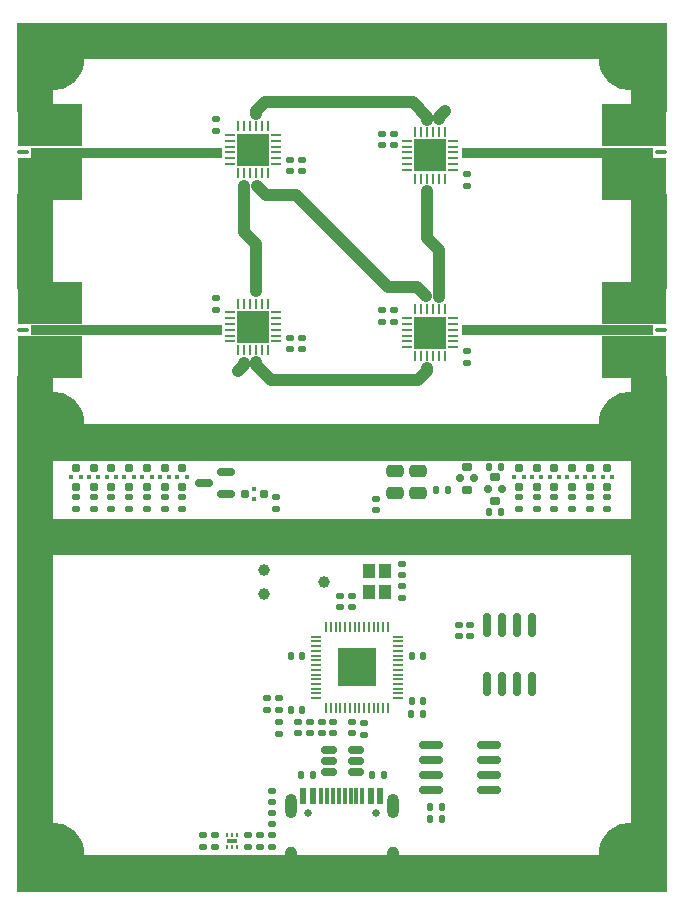
<source format=gbr>
%TF.GenerationSoftware,KiCad,Pcbnew,(6.0.7)*%
%TF.CreationDate,2022-08-30T14:04:15+02:00*%
%TF.ProjectId,LibreCAL,4c696272-6543-4414-9c2e-6b696361645f,rev?*%
%TF.SameCoordinates,Original*%
%TF.FileFunction,Soldermask,Top*%
%TF.FilePolarity,Negative*%
%FSLAX46Y46*%
G04 Gerber Fmt 4.6, Leading zero omitted, Abs format (unit mm)*
G04 Created by KiCad (PCBNEW (6.0.7)) date 2022-08-30 14:04:15*
%MOMM*%
%LPD*%
G01*
G04 APERTURE LIST*
G04 Aperture macros list*
%AMRoundRect*
0 Rectangle with rounded corners*
0 $1 Rounding radius*
0 $2 $3 $4 $5 $6 $7 $8 $9 X,Y pos of 4 corners*
0 Add a 4 corners polygon primitive as box body*
4,1,4,$2,$3,$4,$5,$6,$7,$8,$9,$2,$3,0*
0 Add four circle primitives for the rounded corners*
1,1,$1+$1,$2,$3*
1,1,$1+$1,$4,$5*
1,1,$1+$1,$6,$7*
1,1,$1+$1,$8,$9*
0 Add four rect primitives between the rounded corners*
20,1,$1+$1,$2,$3,$4,$5,0*
20,1,$1+$1,$4,$5,$6,$7,0*
20,1,$1+$1,$6,$7,$8,$9,0*
20,1,$1+$1,$8,$9,$2,$3,0*%
G04 Aperture macros list end*
%ADD10C,1.000000*%
%ADD11C,0.100000*%
%ADD12RoundRect,0.075000X0.425000X0.075000X-0.425000X0.075000X-0.425000X-0.075000X0.425000X-0.075000X0*%
%ADD13C,1.400000*%
%ADD14R,5.540000X3.555000*%
%ADD15RoundRect,0.075000X-0.425000X-0.075000X0.425000X-0.075000X0.425000X0.075000X-0.425000X0.075000X0*%
%ADD16RoundRect,0.135000X0.185000X-0.135000X0.185000X0.135000X-0.185000X0.135000X-0.185000X-0.135000X0*%
%ADD17RoundRect,0.140000X-0.170000X0.140000X-0.170000X-0.140000X0.170000X-0.140000X0.170000X0.140000X0*%
%ADD18RoundRect,0.140000X0.170000X-0.140000X0.170000X0.140000X-0.170000X0.140000X-0.170000X-0.140000X0*%
%ADD19RoundRect,0.090000X-0.210000X0.210000X-0.210000X-0.210000X0.210000X-0.210000X0.210000X0.210000X0*%
%ADD20RoundRect,0.100000X-0.100000X0.100000X-0.100000X-0.100000X0.100000X-0.100000X0.100000X0.100000X0*%
%ADD21RoundRect,0.140000X-0.140000X-0.170000X0.140000X-0.170000X0.140000X0.170000X-0.140000X0.170000X0*%
%ADD22C,3.600000*%
%ADD23C,5.500000*%
%ADD24RoundRect,0.090000X0.310000X-0.210000X0.310000X0.210000X-0.310000X0.210000X-0.310000X-0.210000X0*%
%ADD25RoundRect,0.150000X0.150000X-0.150000X0.150000X0.150000X-0.150000X0.150000X-0.150000X-0.150000X0*%
%ADD26C,0.650000*%
%ADD27R,0.600000X1.450000*%
%ADD28R,0.300000X1.450000*%
%ADD29O,1.000000X2.100000*%
%ADD30O,1.000000X1.600000*%
%ADD31RoundRect,0.150000X0.825000X0.150000X-0.825000X0.150000X-0.825000X-0.150000X0.825000X-0.150000X0*%
%ADD32RoundRect,0.135000X-0.185000X0.135000X-0.185000X-0.135000X0.185000X-0.135000X0.185000X0.135000X0*%
%ADD33RoundRect,0.062500X-0.062500X0.350000X-0.062500X-0.350000X0.062500X-0.350000X0.062500X0.350000X0*%
%ADD34RoundRect,0.062500X-0.350000X0.062500X-0.350000X-0.062500X0.350000X-0.062500X0.350000X0.062500X0*%
%ADD35R,2.700000X2.700000*%
%ADD36RoundRect,0.140000X0.140000X0.170000X-0.140000X0.170000X-0.140000X-0.170000X0.140000X-0.170000X0*%
%ADD37RoundRect,0.135000X-0.135000X-0.185000X0.135000X-0.185000X0.135000X0.185000X-0.135000X0.185000X0*%
%ADD38RoundRect,0.150000X0.150000X-0.825000X0.150000X0.825000X-0.150000X0.825000X-0.150000X-0.825000X0*%
%ADD39RoundRect,0.147500X-0.172500X0.147500X-0.172500X-0.147500X0.172500X-0.147500X0.172500X0.147500X0*%
%ADD40RoundRect,0.147500X-0.147500X-0.172500X0.147500X-0.172500X0.147500X0.172500X-0.147500X0.172500X0*%
%ADD41RoundRect,0.062500X0.062500X-0.350000X0.062500X0.350000X-0.062500X0.350000X-0.062500X-0.350000X0*%
%ADD42RoundRect,0.062500X0.350000X-0.062500X0.350000X0.062500X-0.350000X0.062500X-0.350000X-0.062500X0*%
%ADD43RoundRect,0.090000X0.210000X-0.210000X0.210000X0.210000X-0.210000X0.210000X-0.210000X-0.210000X0*%
%ADD44RoundRect,0.100000X0.100000X-0.100000X0.100000X0.100000X-0.100000X0.100000X-0.100000X-0.100000X0*%
%ADD45RoundRect,0.045000X0.045000X-0.130000X0.045000X0.130000X-0.045000X0.130000X-0.045000X-0.130000X0*%
%ADD46R,0.940000X0.300000*%
%ADD47RoundRect,0.135000X0.135000X0.185000X-0.135000X0.185000X-0.135000X-0.185000X0.135000X-0.185000X0*%
%ADD48RoundRect,0.150000X0.587500X0.150000X-0.587500X0.150000X-0.587500X-0.150000X0.587500X-0.150000X0*%
%ADD49RoundRect,0.250000X0.475000X-0.250000X0.475000X0.250000X-0.475000X0.250000X-0.475000X-0.250000X0*%
%ADD50R,1.000000X1.150000*%
%ADD51RoundRect,0.090000X-0.210000X-0.210000X0.210000X-0.210000X0.210000X0.210000X-0.210000X0.210000X0*%
%ADD52RoundRect,0.100000X-0.100000X-0.100000X0.100000X-0.100000X0.100000X0.100000X-0.100000X0.100000X0*%
%ADD53RoundRect,0.147500X0.172500X-0.147500X0.172500X0.147500X-0.172500X0.147500X-0.172500X-0.147500X0*%
%ADD54RoundRect,0.050000X0.387500X0.050000X-0.387500X0.050000X-0.387500X-0.050000X0.387500X-0.050000X0*%
%ADD55RoundRect,0.050000X0.050000X0.387500X-0.050000X0.387500X-0.050000X-0.387500X0.050000X-0.387500X0*%
%ADD56R,3.200000X3.200000*%
%ADD57RoundRect,0.150000X0.512500X0.150000X-0.512500X0.150000X-0.512500X-0.150000X0.512500X-0.150000X0*%
%ADD58C,0.990600*%
G04 APERTURE END LIST*
D10*
X120250000Y-84750000D02*
X120250000Y-88700000D01*
X135750000Y-74000000D02*
X135750000Y-74200000D01*
D11*
X153800000Y-77400000D02*
X137700000Y-77400000D01*
X137700000Y-77400000D02*
X137700000Y-76600000D01*
X137700000Y-76600000D02*
X153800000Y-76600000D01*
X153800000Y-76600000D02*
X153800000Y-77400000D01*
G36*
X153800000Y-77400000D02*
G01*
X137700000Y-77400000D01*
X137700000Y-76600000D01*
X153800000Y-76600000D01*
X153800000Y-77400000D01*
G37*
D10*
X123600000Y-80600000D02*
X131400000Y-88400000D01*
X120350000Y-79850000D02*
X121100000Y-80600000D01*
X120250000Y-73500000D02*
X120250000Y-73750000D01*
X131400000Y-88400000D02*
X133900000Y-88400000D01*
X134750000Y-84250000D02*
X135750000Y-85250000D01*
X121000000Y-72750000D02*
X120250000Y-73500000D01*
X119250000Y-83750000D02*
X120250000Y-84750000D01*
X134750000Y-95500000D02*
X134750000Y-95250000D01*
X135750000Y-85250000D02*
X135750000Y-89200000D01*
D11*
X101200000Y-91600000D02*
X117300000Y-91600000D01*
X117300000Y-91600000D02*
X117300000Y-92400000D01*
X117300000Y-92400000D02*
X101200000Y-92400000D01*
X101200000Y-92400000D02*
X101200000Y-91600000D01*
G36*
X101200000Y-91600000D02*
G01*
X117300000Y-91600000D01*
X117300000Y-92400000D01*
X101200000Y-92400000D01*
X101200000Y-91600000D01*
G37*
X100000000Y-66000000D02*
X103000000Y-66000000D01*
X103000000Y-66000000D02*
X103000000Y-73500000D01*
X103000000Y-73500000D02*
X100000000Y-73500000D01*
X100000000Y-73500000D02*
X100000000Y-66000000D01*
G36*
X100000000Y-66000000D02*
G01*
X103000000Y-66000000D01*
X103000000Y-73500000D01*
X100000000Y-73500000D01*
X100000000Y-66000000D01*
G37*
D10*
X133500000Y-72750000D02*
X121000000Y-72750000D01*
X119250000Y-95000000D02*
X119250000Y-94800000D01*
X121100000Y-80600000D02*
X123600000Y-80600000D01*
X118750000Y-95500000D02*
X119250000Y-95000000D01*
D11*
X100000000Y-111000000D02*
X155000000Y-111000000D01*
X155000000Y-111000000D02*
X155000000Y-108000000D01*
X155000000Y-108000000D02*
X100000000Y-108000000D01*
X100000000Y-108000000D02*
X100000000Y-111000000D01*
G36*
X100000000Y-111000000D02*
G01*
X155000000Y-111000000D01*
X155000000Y-108000000D01*
X100000000Y-108000000D01*
X100000000Y-111000000D01*
G37*
X101200000Y-76600000D02*
X117300000Y-76600000D01*
X117300000Y-76600000D02*
X117300000Y-77400000D01*
X117300000Y-77400000D02*
X101200000Y-77400000D01*
X101200000Y-77400000D02*
X101200000Y-76600000D01*
G36*
X101200000Y-76600000D02*
G01*
X117300000Y-76600000D01*
X117300000Y-77400000D01*
X101200000Y-77400000D01*
X101200000Y-76600000D01*
G37*
D10*
X134750000Y-80300000D02*
X134750000Y-84250000D01*
D11*
X152000000Y-66000000D02*
X155000000Y-66000000D01*
X155000000Y-66000000D02*
X155000000Y-73500000D01*
X155000000Y-73500000D02*
X152000000Y-73500000D01*
X152000000Y-73500000D02*
X152000000Y-66000000D01*
G36*
X152000000Y-66000000D02*
G01*
X155000000Y-66000000D01*
X155000000Y-73500000D01*
X152000000Y-73500000D01*
X152000000Y-66000000D01*
G37*
D10*
X134750000Y-74000000D02*
X133500000Y-72750000D01*
X136250000Y-73500000D02*
X135750000Y-74000000D01*
X120250000Y-95000000D02*
X121500000Y-96250000D01*
X134750000Y-74000000D02*
X134750000Y-74250000D01*
X134000000Y-96250000D02*
X134750000Y-95500000D01*
D11*
X100000000Y-69000000D02*
X155000000Y-69000000D01*
X155000000Y-69000000D02*
X155000000Y-66000000D01*
X155000000Y-66000000D02*
X100000000Y-66000000D01*
X100000000Y-66000000D02*
X100000000Y-69000000D01*
G36*
X100000000Y-69000000D02*
G01*
X155000000Y-69000000D01*
X155000000Y-66000000D01*
X100000000Y-66000000D01*
X100000000Y-69000000D01*
G37*
D10*
X121500000Y-96250000D02*
X134000000Y-96250000D01*
X120250000Y-95000000D02*
X120250000Y-94750000D01*
D11*
X103000000Y-139500000D02*
X100000000Y-139500000D01*
X100000000Y-139500000D02*
X100000000Y-95900000D01*
X100000000Y-95900000D02*
X103000000Y-95900000D01*
X103000000Y-95900000D02*
X103000000Y-139500000D01*
G36*
X103000000Y-139500000D02*
G01*
X100000000Y-139500000D01*
X100000000Y-95900000D01*
X103000000Y-95900000D01*
X103000000Y-139500000D01*
G37*
X100000000Y-103000000D02*
X155000000Y-103000000D01*
X155000000Y-103000000D02*
X155000000Y-100000000D01*
X155000000Y-100000000D02*
X100000000Y-100000000D01*
X100000000Y-100000000D02*
X100000000Y-103000000D01*
G36*
X100000000Y-103000000D02*
G01*
X155000000Y-103000000D01*
X155000000Y-100000000D01*
X100000000Y-100000000D01*
X100000000Y-103000000D01*
G37*
X153800000Y-92400000D02*
X137700000Y-92400000D01*
X137700000Y-92400000D02*
X137700000Y-91600000D01*
X137700000Y-91600000D02*
X153800000Y-91600000D01*
X153800000Y-91600000D02*
X153800000Y-92400000D01*
G36*
X153800000Y-92400000D02*
G01*
X137700000Y-92400000D01*
X137700000Y-91600000D01*
X153800000Y-91600000D01*
X153800000Y-92400000D01*
G37*
D10*
X119250000Y-79800000D02*
X119250000Y-83750000D01*
D11*
X100000000Y-139500000D02*
X155000000Y-139500000D01*
X155000000Y-139500000D02*
X155000000Y-136500000D01*
X155000000Y-136500000D02*
X100000000Y-136500000D01*
X100000000Y-136500000D02*
X100000000Y-139500000D01*
G36*
X100000000Y-139500000D02*
G01*
X155000000Y-139500000D01*
X155000000Y-136500000D01*
X100000000Y-136500000D01*
X100000000Y-139500000D01*
G37*
X103000000Y-88500000D02*
X100000000Y-88500000D01*
X100000000Y-88500000D02*
X100000000Y-80500000D01*
X100000000Y-80500000D02*
X103000000Y-80500000D01*
X103000000Y-80500000D02*
X103000000Y-88500000D01*
G36*
X103000000Y-88500000D02*
G01*
X100000000Y-88500000D01*
X100000000Y-80500000D01*
X103000000Y-80500000D01*
X103000000Y-88500000D01*
G37*
D10*
X133900000Y-88400000D02*
X134650000Y-89150000D01*
D11*
X155000000Y-88500000D02*
X152000000Y-88500000D01*
X152000000Y-88500000D02*
X152000000Y-80500000D01*
X152000000Y-80500000D02*
X155000000Y-80500000D01*
X155000000Y-80500000D02*
X155000000Y-88500000D01*
G36*
X155000000Y-88500000D02*
G01*
X152000000Y-88500000D01*
X152000000Y-80500000D01*
X155000000Y-80500000D01*
X155000000Y-88500000D01*
G37*
X155000000Y-139500000D02*
X152000000Y-139500000D01*
X152000000Y-139500000D02*
X152000000Y-95900000D01*
X152000000Y-95900000D02*
X155000000Y-95900000D01*
X155000000Y-95900000D02*
X155000000Y-139500000D01*
G36*
X155000000Y-139500000D02*
G01*
X152000000Y-139500000D01*
X152000000Y-95900000D01*
X155000000Y-95900000D01*
X155000000Y-139500000D01*
G37*
D12*
%TO.C,J1*%
X100500000Y-77000000D03*
D13*
X101750000Y-75780000D03*
X103960000Y-75780000D03*
X101750000Y-78220000D03*
X103960000Y-78220000D03*
D14*
X102770000Y-79287500D03*
X102770000Y-74712500D03*
%TD*%
D15*
%TO.C,J3*%
X154500000Y-77000000D03*
D13*
X153250000Y-78220000D03*
X151040000Y-78220000D03*
X153250000Y-75780000D03*
X151040000Y-75780000D03*
D14*
X152230000Y-74712500D03*
X152230000Y-79287500D03*
%TD*%
D15*
%TO.C,J4*%
X154500000Y-92000000D03*
D13*
X153250000Y-93220000D03*
X151040000Y-93220000D03*
X153250000Y-90780000D03*
X151040000Y-90780000D03*
D14*
X152230000Y-89712500D03*
X152230000Y-94287500D03*
%TD*%
D12*
%TO.C,J2*%
X100500000Y-92000000D03*
D13*
X101750000Y-90780000D03*
X103960000Y-90780000D03*
X101750000Y-93220000D03*
X103960000Y-93220000D03*
D14*
X102770000Y-94287500D03*
X102770000Y-89712500D03*
%TD*%
D16*
%TO.C,R10*%
X108000000Y-107210000D03*
X108000000Y-106190000D03*
%TD*%
D17*
%TO.C,C19*%
X129400000Y-125320000D03*
X129400000Y-126280000D03*
%TD*%
D18*
%TO.C,C11*%
X121600000Y-131980000D03*
X121600000Y-131020000D03*
%TD*%
D19*
%TO.C,C45*%
X142500000Y-103700000D03*
D20*
X142100000Y-104500000D03*
X142900000Y-104500000D03*
D19*
X142500000Y-105300000D03*
%TD*%
D17*
%TO.C,C27*%
X121200000Y-123220000D03*
X121200000Y-124180000D03*
%TD*%
D16*
%TO.C,R30*%
X111000000Y-107210000D03*
X111000000Y-106190000D03*
%TD*%
D18*
%TO.C,C14*%
X128400000Y-115480000D03*
X128400000Y-114520000D03*
%TD*%
D21*
%TO.C,C16*%
X133420000Y-119600000D03*
X134380000Y-119600000D03*
%TD*%
%TO.C,C10*%
X135020000Y-133400000D03*
X135980000Y-133400000D03*
%TD*%
D22*
%TO.C,H2*%
X152000000Y-69000000D03*
D23*
X152000000Y-69000000D03*
%TD*%
D17*
%TO.C,C3*%
X124100000Y-77645000D03*
X124100000Y-78605000D03*
%TD*%
D24*
%TO.C,C33*%
X140500000Y-106500000D03*
D25*
X139900000Y-105500000D03*
X141100000Y-105500000D03*
D24*
X140500000Y-104500000D03*
%TD*%
D19*
%TO.C,C44*%
X144000000Y-103700000D03*
D20*
X144400000Y-104500000D03*
X143600000Y-104500000D03*
D19*
X144000000Y-105300000D03*
%TD*%
D18*
%TO.C,C17*%
X127400000Y-115480000D03*
X127400000Y-114520000D03*
%TD*%
D19*
%TO.C,C39*%
X150000000Y-103700000D03*
D20*
X149600000Y-104500000D03*
X150400000Y-104500000D03*
D19*
X150000000Y-105300000D03*
%TD*%
D26*
%TO.C,J5*%
X130390000Y-132900000D03*
X124610000Y-132900000D03*
D27*
X124250000Y-131455000D03*
X125050000Y-131455000D03*
D28*
X126250000Y-131455000D03*
X127250000Y-131455000D03*
X127750000Y-131455000D03*
X128750000Y-131455000D03*
D27*
X129950000Y-131455000D03*
X130750000Y-131455000D03*
X130750000Y-131455000D03*
X129950000Y-131455000D03*
D28*
X129250000Y-131455000D03*
X128250000Y-131455000D03*
X126750000Y-131455000D03*
X125750000Y-131455000D03*
D27*
X125050000Y-131455000D03*
X124250000Y-131455000D03*
D29*
X123180000Y-132370000D03*
D30*
X123180000Y-136550000D03*
X131820000Y-136550000D03*
D29*
X131820000Y-132370000D03*
%TD*%
D19*
%TO.C,C38*%
X148500000Y-103700000D03*
D20*
X148100000Y-104500000D03*
X148900000Y-104500000D03*
D19*
X148500000Y-105300000D03*
%TD*%
%TO.C,C41*%
X111000000Y-103700000D03*
D20*
X110600000Y-104500000D03*
X111400000Y-104500000D03*
D19*
X111000000Y-105300000D03*
%TD*%
D17*
%TO.C,C26*%
X138400000Y-117020000D03*
X138400000Y-117980000D03*
%TD*%
D31*
%TO.C,U5*%
X139975000Y-131005000D03*
X139975000Y-129735000D03*
X139975000Y-128465000D03*
X139975000Y-127195000D03*
X135025000Y-127195000D03*
X135025000Y-128465000D03*
X135025000Y-129735000D03*
X135025000Y-131005000D03*
%TD*%
D18*
%TO.C,C7*%
X131900000Y-76355000D03*
X131900000Y-75395000D03*
%TD*%
D17*
%TO.C,C13*%
X132600000Y-111820000D03*
X132600000Y-112780000D03*
%TD*%
D16*
%TO.C,R1*%
X116900000Y-75210000D03*
X116900000Y-74190000D03*
%TD*%
D23*
%TO.C,H5*%
X152000000Y-100000000D03*
D22*
X152000000Y-100000000D03*
%TD*%
D32*
%TO.C,R3*%
X138100000Y-78790000D03*
X138100000Y-79810000D03*
%TD*%
D19*
%TO.C,C43*%
X145500000Y-103700000D03*
D20*
X145100000Y-104500000D03*
X145900000Y-104500000D03*
D19*
X145500000Y-105300000D03*
%TD*%
D17*
%TO.C,C30*%
X119600000Y-134820000D03*
X119600000Y-135780000D03*
%TD*%
D33*
%TO.C,U4*%
X136250000Y-90287500D03*
X135750000Y-90287500D03*
X135250000Y-90287500D03*
X134750000Y-90287500D03*
X134250000Y-90287500D03*
X133750000Y-90287500D03*
D34*
X133037500Y-91000000D03*
X133037500Y-91500000D03*
X133037500Y-92000000D03*
X133037500Y-92500000D03*
X133037500Y-93000000D03*
X133037500Y-93500000D03*
D33*
X133750000Y-94212500D03*
X134250000Y-94212500D03*
X134750000Y-94212500D03*
X135250000Y-94212500D03*
X135750000Y-94212500D03*
X136250000Y-94212500D03*
D34*
X136962500Y-93500000D03*
X136962500Y-93000000D03*
X136962500Y-92500000D03*
X136962500Y-92000000D03*
X136962500Y-91500000D03*
X136962500Y-91000000D03*
D35*
X135000000Y-92250000D03*
%TD*%
D19*
%TO.C,C34*%
X108000000Y-103700000D03*
D20*
X107600000Y-104500000D03*
X108400000Y-104500000D03*
D19*
X108000000Y-105300000D03*
%TD*%
D36*
%TO.C,C20*%
X124180000Y-124200000D03*
X123220000Y-124200000D03*
%TD*%
D21*
%TO.C,C9*%
X135020000Y-132400000D03*
X135980000Y-132400000D03*
%TD*%
D19*
%TO.C,C36*%
X105000000Y-103700000D03*
D20*
X104600000Y-104500000D03*
X105400000Y-104500000D03*
D19*
X105000000Y-105300000D03*
%TD*%
D16*
%TO.C,R11*%
X106500000Y-107210000D03*
X106500000Y-106190000D03*
%TD*%
D17*
%TO.C,C25*%
X137400000Y-117020000D03*
X137400000Y-117980000D03*
%TD*%
D23*
%TO.C,H3*%
X103000000Y-69000000D03*
D22*
X103000000Y-69000000D03*
%TD*%
D16*
%TO.C,R25*%
X105000000Y-107210000D03*
X105000000Y-106190000D03*
%TD*%
%TO.C,R12*%
X122200000Y-126210000D03*
X122200000Y-125190000D03*
%TD*%
D19*
%TO.C,C40*%
X109500000Y-103700000D03*
D20*
X109900000Y-104500000D03*
X109100000Y-104500000D03*
D19*
X109500000Y-105300000D03*
%TD*%
D17*
%TO.C,C28*%
X121600000Y-134820000D03*
X121600000Y-135780000D03*
%TD*%
D37*
%TO.C,R7*%
X133390000Y-124500000D03*
X134410000Y-124500000D03*
%TD*%
D16*
%TO.C,R13*%
X122200000Y-124210000D03*
X122200000Y-123190000D03*
%TD*%
D38*
%TO.C,U8*%
X139795000Y-121975000D03*
X141065000Y-121975000D03*
X142335000Y-121975000D03*
X143605000Y-121975000D03*
X143605000Y-117025000D03*
X142335000Y-117025000D03*
X141065000Y-117025000D03*
X139795000Y-117025000D03*
%TD*%
D16*
%TO.C,R26*%
X147000000Y-107210000D03*
X147000000Y-106190000D03*
%TD*%
D39*
%TO.C,FB1*%
X123800000Y-125215000D03*
X123800000Y-126185000D03*
%TD*%
%TO.C,FB2*%
X121600000Y-132915000D03*
X121600000Y-133885000D03*
%TD*%
D17*
%TO.C,C22*%
X128400000Y-125220000D03*
X128400000Y-126180000D03*
%TD*%
D16*
%TO.C,R27*%
X148500000Y-107210000D03*
X148500000Y-106190000D03*
%TD*%
D23*
%TO.C,H4*%
X103000000Y-136500000D03*
D22*
X103000000Y-136500000D03*
%TD*%
D19*
%TO.C,C37*%
X147000000Y-103700000D03*
D20*
X146600000Y-104500000D03*
X147400000Y-104500000D03*
D19*
X147000000Y-105300000D03*
%TD*%
D40*
%TO.C,FB3*%
X140015000Y-107400000D03*
X140985000Y-107400000D03*
%TD*%
D18*
%TO.C,C6*%
X130900000Y-91330000D03*
X130900000Y-90370000D03*
%TD*%
D41*
%TO.C,U1*%
X118750000Y-78712500D03*
X119250000Y-78712500D03*
X119750000Y-78712500D03*
X120250000Y-78712500D03*
X120750000Y-78712500D03*
X121250000Y-78712500D03*
D42*
X121962500Y-78000000D03*
X121962500Y-77500000D03*
X121962500Y-77000000D03*
X121962500Y-76500000D03*
X121962500Y-76000000D03*
X121962500Y-75500000D03*
D41*
X121250000Y-74787500D03*
X120750000Y-74787500D03*
X120250000Y-74787500D03*
X119750000Y-74787500D03*
X119250000Y-74787500D03*
X118750000Y-74787500D03*
D42*
X118037500Y-75500000D03*
X118037500Y-76000000D03*
X118037500Y-76500000D03*
X118037500Y-77000000D03*
X118037500Y-77500000D03*
X118037500Y-78000000D03*
D35*
X120000000Y-76750000D03*
%TD*%
D18*
%TO.C,C12*%
X132600000Y-114680000D03*
X132600000Y-113720000D03*
%TD*%
D43*
%TO.C,C50*%
X114000000Y-105300000D03*
D44*
X114400000Y-104500000D03*
X113600000Y-104500000D03*
D43*
X114000000Y-103700000D03*
%TD*%
D17*
%TO.C,C29*%
X120600000Y-134820000D03*
X120600000Y-135780000D03*
%TD*%
D45*
%TO.C,U9*%
X117800000Y-135825000D03*
X118200000Y-135825000D03*
X118600000Y-135825000D03*
X118600000Y-134775000D03*
X118200000Y-134775000D03*
X117800000Y-134775000D03*
D46*
X118200000Y-135300000D03*
%TD*%
D47*
%TO.C,R6*%
X125110000Y-129700000D03*
X124090000Y-129700000D03*
%TD*%
D16*
%TO.C,R29*%
X109500000Y-107210000D03*
X109500000Y-106190000D03*
%TD*%
D17*
%TO.C,C21*%
X126800000Y-125220000D03*
X126800000Y-126180000D03*
%TD*%
D19*
%TO.C,C35*%
X106500000Y-103700000D03*
D20*
X106100000Y-104500000D03*
X106900000Y-104500000D03*
D19*
X106500000Y-105300000D03*
%TD*%
D48*
%TO.C,Q1*%
X117737500Y-105950000D03*
X117737500Y-104050000D03*
X115862500Y-105000000D03*
%TD*%
D24*
%TO.C,C49*%
X138100000Y-105600000D03*
D25*
X137500000Y-104600000D03*
X138700000Y-104600000D03*
D24*
X138100000Y-103600000D03*
%TD*%
D16*
%TO.C,R31*%
X112500000Y-107210000D03*
X112500000Y-106190000D03*
%TD*%
D40*
%TO.C,FB4*%
X140015000Y-103600000D03*
X140985000Y-103600000D03*
%TD*%
D16*
%TO.C,R34*%
X142500000Y-107210000D03*
X142500000Y-106190000D03*
%TD*%
D49*
%TO.C,C46*%
X132000000Y-105850000D03*
X132000000Y-103950000D03*
%TD*%
D22*
%TO.C,H6*%
X103000000Y-100000000D03*
D23*
X103000000Y-100000000D03*
%TD*%
D37*
%TO.C,R5*%
X130090000Y-129700000D03*
X131110000Y-129700000D03*
%TD*%
D16*
%TO.C,R35*%
X121900000Y-107210000D03*
X121900000Y-106190000D03*
%TD*%
D50*
%TO.C,Y1*%
X131200000Y-114175000D03*
X131200000Y-112425000D03*
X129800000Y-112425000D03*
X129800000Y-114175000D03*
%TD*%
D16*
%TO.C,R28*%
X150000000Y-107210000D03*
X150000000Y-106190000D03*
%TD*%
D33*
%TO.C,U3*%
X136250000Y-75287500D03*
X135750000Y-75287500D03*
X135250000Y-75287500D03*
X134750000Y-75287500D03*
X134250000Y-75287500D03*
X133750000Y-75287500D03*
D34*
X133037500Y-76000000D03*
X133037500Y-76500000D03*
X133037500Y-77000000D03*
X133037500Y-77500000D03*
X133037500Y-78000000D03*
X133037500Y-78500000D03*
D33*
X133750000Y-79212500D03*
X134250000Y-79212500D03*
X134750000Y-79212500D03*
X135250000Y-79212500D03*
X135750000Y-79212500D03*
X136250000Y-79212500D03*
D34*
X136962500Y-78500000D03*
X136962500Y-78000000D03*
X136962500Y-77500000D03*
X136962500Y-77000000D03*
X136962500Y-76500000D03*
X136962500Y-76000000D03*
D35*
X135000000Y-77250000D03*
%TD*%
D17*
%TO.C,C1*%
X123100000Y-77645000D03*
X123100000Y-78605000D03*
%TD*%
D51*
%TO.C,C48*%
X119300000Y-105900000D03*
D52*
X120100000Y-105500000D03*
X120100000Y-106300000D03*
D51*
X120900000Y-105900000D03*
%TD*%
D21*
%TO.C,C15*%
X133420000Y-123400000D03*
X134380000Y-123400000D03*
%TD*%
D16*
%TO.C,R32*%
X145500000Y-107210000D03*
X145500000Y-106190000D03*
%TD*%
D49*
%TO.C,C47*%
X134000000Y-105850000D03*
X134000000Y-103950000D03*
%TD*%
D17*
%TO.C,C23*%
X125800000Y-125220000D03*
X125800000Y-126180000D03*
%TD*%
D18*
%TO.C,C31*%
X116800000Y-135780000D03*
X116800000Y-134820000D03*
%TD*%
D22*
%TO.C,H1*%
X152000000Y-136500000D03*
D23*
X152000000Y-136500000D03*
%TD*%
D17*
%TO.C,C24*%
X124800000Y-125220000D03*
X124800000Y-126180000D03*
%TD*%
D32*
%TO.C,R36*%
X114000000Y-106190000D03*
X114000000Y-107210000D03*
%TD*%
D53*
%TO.C,FB5*%
X130400000Y-107285000D03*
X130400000Y-106315000D03*
%TD*%
D16*
%TO.C,R33*%
X144000000Y-107210000D03*
X144000000Y-106190000D03*
%TD*%
D17*
%TO.C,C2*%
X123100000Y-92670000D03*
X123100000Y-93630000D03*
%TD*%
D19*
%TO.C,C42*%
X112500000Y-103700000D03*
D20*
X112100000Y-104500000D03*
X112900000Y-104500000D03*
D19*
X112500000Y-105300000D03*
%TD*%
D17*
%TO.C,C4*%
X124100000Y-92670000D03*
X124100000Y-93630000D03*
%TD*%
D18*
%TO.C,C32*%
X115800000Y-135780000D03*
X115800000Y-134820000D03*
%TD*%
D16*
%TO.C,R2*%
X116900000Y-90310000D03*
X116900000Y-89290000D03*
%TD*%
D40*
%TO.C,FB6*%
X135515000Y-105600000D03*
X136485000Y-105600000D03*
%TD*%
D41*
%TO.C,U2*%
X118750000Y-93712500D03*
X119250000Y-93712500D03*
X119750000Y-93712500D03*
X120250000Y-93712500D03*
X120750000Y-93712500D03*
X121250000Y-93712500D03*
D42*
X121962500Y-93000000D03*
X121962500Y-92500000D03*
X121962500Y-92000000D03*
X121962500Y-91500000D03*
X121962500Y-91000000D03*
X121962500Y-90500000D03*
D41*
X121250000Y-89787500D03*
X120750000Y-89787500D03*
X120250000Y-89787500D03*
X119750000Y-89787500D03*
X119250000Y-89787500D03*
X118750000Y-89787500D03*
D42*
X118037500Y-90500000D03*
X118037500Y-91000000D03*
X118037500Y-91500000D03*
X118037500Y-92000000D03*
X118037500Y-92500000D03*
X118037500Y-93000000D03*
D35*
X120000000Y-91750000D03*
%TD*%
D18*
%TO.C,C8*%
X131900000Y-91330000D03*
X131900000Y-90370000D03*
%TD*%
%TO.C,C5*%
X130900000Y-76355000D03*
X130900000Y-75395000D03*
%TD*%
D54*
%TO.C,U7*%
X132237500Y-123200000D03*
X132237500Y-122800000D03*
X132237500Y-122400000D03*
X132237500Y-122000000D03*
X132237500Y-121600000D03*
X132237500Y-121200000D03*
X132237500Y-120800000D03*
X132237500Y-120400000D03*
X132237500Y-120000000D03*
X132237500Y-119600000D03*
X132237500Y-119200000D03*
X132237500Y-118800000D03*
X132237500Y-118400000D03*
X132237500Y-118000000D03*
D55*
X131400000Y-117162500D03*
X131000000Y-117162500D03*
X130600000Y-117162500D03*
X130200000Y-117162500D03*
X129800000Y-117162500D03*
X129400000Y-117162500D03*
X129000000Y-117162500D03*
X128600000Y-117162500D03*
X128200000Y-117162500D03*
X127800000Y-117162500D03*
X127400000Y-117162500D03*
X127000000Y-117162500D03*
X126600000Y-117162500D03*
X126200000Y-117162500D03*
D54*
X125362500Y-118000000D03*
X125362500Y-118400000D03*
X125362500Y-118800000D03*
X125362500Y-119200000D03*
X125362500Y-119600000D03*
X125362500Y-120000000D03*
X125362500Y-120400000D03*
X125362500Y-120800000D03*
X125362500Y-121200000D03*
X125362500Y-121600000D03*
X125362500Y-122000000D03*
X125362500Y-122400000D03*
X125362500Y-122800000D03*
X125362500Y-123200000D03*
D55*
X126200000Y-124037500D03*
X126600000Y-124037500D03*
X127000000Y-124037500D03*
X127400000Y-124037500D03*
X127800000Y-124037500D03*
X128200000Y-124037500D03*
X128600000Y-124037500D03*
X129000000Y-124037500D03*
X129400000Y-124037500D03*
X129800000Y-124037500D03*
X130200000Y-124037500D03*
X130600000Y-124037500D03*
X131000000Y-124037500D03*
X131400000Y-124037500D03*
D56*
X128800000Y-120600000D03*
%TD*%
D57*
%TO.C,U6*%
X128737500Y-129450000D03*
X128737500Y-128500000D03*
X128737500Y-127550000D03*
X126462500Y-127550000D03*
X126462500Y-128500000D03*
X126462500Y-129450000D03*
%TD*%
D32*
%TO.C,R4*%
X138100000Y-93790000D03*
X138100000Y-94810000D03*
%TD*%
D36*
%TO.C,C18*%
X124180000Y-119600000D03*
X123220000Y-119600000D03*
%TD*%
D58*
%TO.C,J6*%
X120960000Y-114416000D03*
X126040000Y-113400000D03*
X120960000Y-112384000D03*
%TD*%
M02*

</source>
